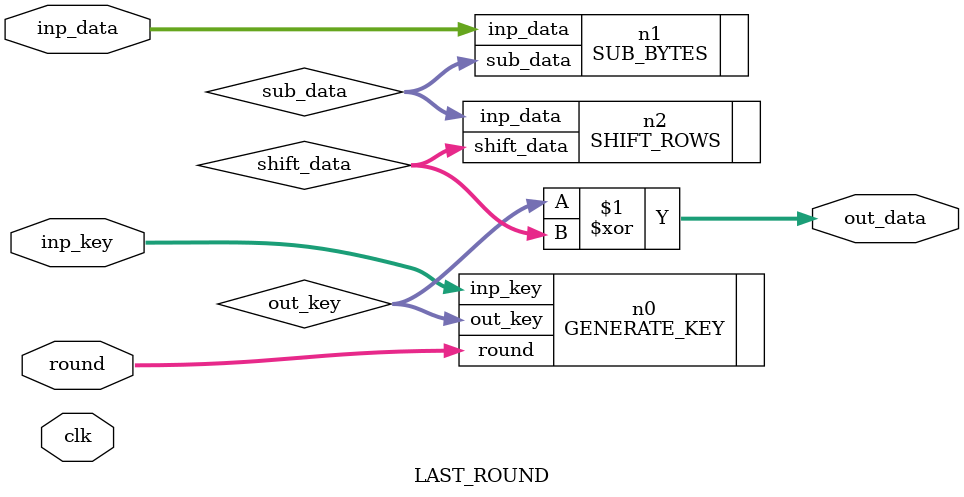
<source format=v>
module LAST_ROUND(clk, round, inp_data, inp_key, out_data);

input clk;
input [3:0] round;
input [127:0] inp_data;
input [127:0] inp_key;
output  [127:0] out_data;

wire [127:0] sub_data,shift_data,out_key;

GENERATE_KEY n0(.round(round),.inp_key(inp_key),.out_key(out_key));
SUB_BYTES n1(.inp_data(inp_data),.sub_data(sub_data));
SHIFT_ROWS n2(.inp_data(sub_data),.shift_data(shift_data));

assign out_data = out_key^shift_data;

endmodule
</source>
